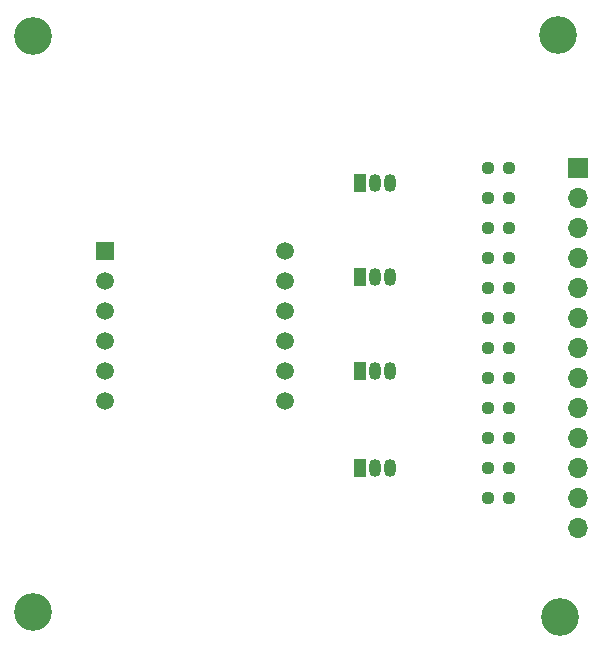
<source format=gbr>
%TF.GenerationSoftware,KiCad,Pcbnew,(7.0.0-0)*%
%TF.CreationDate,2023-03-23T20:34:07-04:00*%
%TF.ProjectId,EE5143_7Digit_FPGA,45453531-3433-45f3-9744-696769745f46,rev?*%
%TF.SameCoordinates,Original*%
%TF.FileFunction,Soldermask,Top*%
%TF.FilePolarity,Negative*%
%FSLAX46Y46*%
G04 Gerber Fmt 4.6, Leading zero omitted, Abs format (unit mm)*
G04 Created by KiCad (PCBNEW (7.0.0-0)) date 2023-03-23 20:34:07*
%MOMM*%
%LPD*%
G01*
G04 APERTURE LIST*
G04 Aperture macros list*
%AMRoundRect*
0 Rectangle with rounded corners*
0 $1 Rounding radius*
0 $2 $3 $4 $5 $6 $7 $8 $9 X,Y pos of 4 corners*
0 Add a 4 corners polygon primitive as box body*
4,1,4,$2,$3,$4,$5,$6,$7,$8,$9,$2,$3,0*
0 Add four circle primitives for the rounded corners*
1,1,$1+$1,$2,$3*
1,1,$1+$1,$4,$5*
1,1,$1+$1,$6,$7*
1,1,$1+$1,$8,$9*
0 Add four rect primitives between the rounded corners*
20,1,$1+$1,$2,$3,$4,$5,0*
20,1,$1+$1,$4,$5,$6,$7,0*
20,1,$1+$1,$6,$7,$8,$9,0*
20,1,$1+$1,$8,$9,$2,$3,0*%
G04 Aperture macros list end*
%ADD10C,3.200000*%
%ADD11R,1.050000X1.500000*%
%ADD12O,1.050000X1.500000*%
%ADD13RoundRect,0.237500X0.250000X0.237500X-0.250000X0.237500X-0.250000X-0.237500X0.250000X-0.237500X0*%
%ADD14R,1.500000X1.500000*%
%ADD15C,1.500000*%
%ADD16O,1.700000X1.700000*%
%ADD17R,1.700000X1.700000*%
G04 APERTURE END LIST*
D10*
%TO.C,REF\u002A\u002A*%
X96139000Y-80772000D03*
%TD*%
%TO.C,REF\u002A\u002A*%
X96139000Y-32004000D03*
%TD*%
%TO.C,REF\u002A\u002A*%
X140716000Y-81153000D03*
%TD*%
%TO.C,REF\u002A\u002A*%
X140589000Y-31877000D03*
%TD*%
D11*
%TO.C,Q3*%
X123824999Y-60324999D03*
D12*
X125094999Y-60324999D03*
X126364999Y-60324999D03*
%TD*%
D13*
%TO.C,R7*%
X136445000Y-58420000D03*
X134620000Y-58420000D03*
%TD*%
D14*
%TO.C,U1*%
X102234999Y-50164999D03*
D15*
X102235000Y-52705000D03*
X102235000Y-55245000D03*
X102235000Y-57785000D03*
X102235000Y-60325000D03*
X102235000Y-62865000D03*
X117475000Y-62865000D03*
X117475000Y-60325000D03*
X117475000Y-57785000D03*
X117475000Y-55245000D03*
X117475000Y-52705000D03*
X117475000Y-50165000D03*
%TD*%
D13*
%TO.C,R12*%
X136445000Y-71120000D03*
X134620000Y-71120000D03*
%TD*%
%TO.C,R11*%
X136445000Y-68580000D03*
X134620000Y-68580000D03*
%TD*%
%TO.C,R10*%
X134620000Y-66040000D03*
X136445000Y-66040000D03*
%TD*%
%TO.C,R9*%
X136445000Y-63500000D03*
X134620000Y-63500000D03*
%TD*%
%TO.C,R8*%
X136445000Y-60960000D03*
X134620000Y-60960000D03*
%TD*%
%TO.C,R6*%
X136445000Y-55880000D03*
X134620000Y-55880000D03*
%TD*%
%TO.C,R5*%
X136445000Y-53340000D03*
X134620000Y-53340000D03*
%TD*%
%TO.C,R4*%
X136445000Y-50800000D03*
X134620000Y-50800000D03*
%TD*%
%TO.C,R3*%
X136445000Y-48260000D03*
X134620000Y-48260000D03*
%TD*%
%TO.C,R2*%
X136445000Y-45720000D03*
X134620000Y-45720000D03*
%TD*%
%TO.C,R1*%
X134620000Y-43180000D03*
X136445000Y-43180000D03*
%TD*%
D12*
%TO.C,Q4*%
X126364999Y-68579999D03*
X125094999Y-68579999D03*
D11*
X123824999Y-68579999D03*
%TD*%
%TO.C,Q2*%
X123824999Y-52429999D03*
D12*
X125094999Y-52429999D03*
X126364999Y-52429999D03*
%TD*%
D11*
%TO.C,Q1*%
X123824999Y-44449999D03*
D12*
X125094999Y-44449999D03*
X126364999Y-44449999D03*
%TD*%
D16*
%TO.C,J1*%
X142239999Y-73659999D03*
X142239999Y-71119999D03*
X142239999Y-68579999D03*
X142239999Y-66039999D03*
X142239999Y-63499999D03*
X142239999Y-60959999D03*
X142239999Y-58419999D03*
X142239999Y-55879999D03*
X142239999Y-53339999D03*
X142239999Y-50799999D03*
X142239999Y-48259999D03*
X142239999Y-45719999D03*
D17*
X142239999Y-43179999D03*
%TD*%
M02*

</source>
